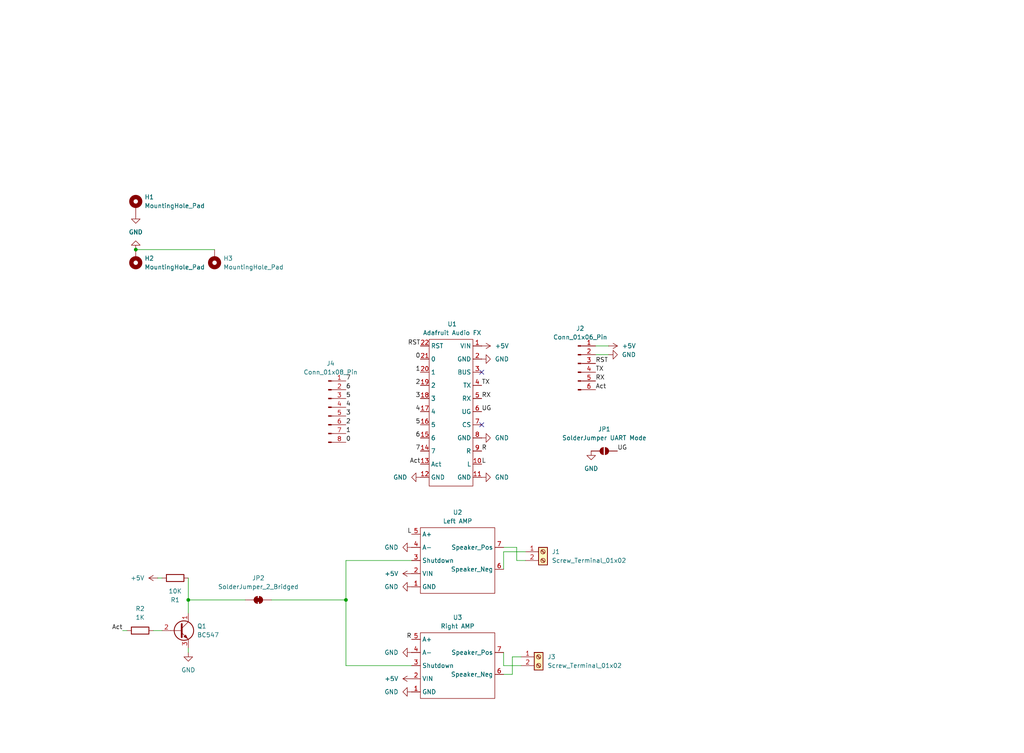
<source format=kicad_sch>
(kicad_sch (version 20250114) (generator "eeschema") (generator_version "9.0")
  (paper "User" 297.002 218.313)
  (title_block (title "Adafruit AudioFX Breakout") (rev "V2") (company "Stiftelsen Teknikens Hus"))
  (lib_symbols
    (symbol "AdaFruitModules:AdaFruit PAM8302 2.5W_AMP"
      (property "Reference" "U" (at 0 0 0))
      (symbol "AdaFruit PAM8302 2.5W_AMP_0_1"
        (rectangle (start -7.62 12.065) (end 13.97 -6.985))
      )
      (symbol "AdaFruit PAM8302 2.5W_AMP_1_1"
        (pin bidirectional line (at -10.16 10.16 0) (length 2.54) (name "A+") (number "5"))
        (pin bidirectional line (at -10.16 6.35 0) (length 2.54) (name "A-") (number "4"))
        (pin bidirectional line (at -10.16 2.54 0) (length 2.54) (name "Shutdown") (number "3"))
        (pin power_out line (at -10.16 -1.27 0) (length 2.54) (name "VIN") (number "2"))
        (pin power_out line (at -10.16 -5.08 0) (length 2.54) (name "GND") (number "1"))
        (pin power_out line (at 16.51 6.35 180) (length 2.54) (name "Speaker_Pos") (number "7"))
        (pin power_out line (at 16.51 0 180) (length 2.54) (name "Speaker_Neg") (number "6"))
      )
    )
    (symbol "AdaFruitModules:Adafruit_AudioFX_Mini"
      (property "Reference" "U" (at 0 0 0))
      (symbol "Adafruit_AudioFX_Mini_0_1"
        (rectangle (start -6.35 20.955) (end 6.35 -21.59))
      )
      (symbol "Adafruit_AudioFX_Mini_1_1"
        (pin power_out line (at -8.89 19.05 0) (length 2.54) (name "RST") (number "22"))
        (pin power_out line (at -8.89 15.24 0) (length 2.54) (name "0") (number "21"))
        (pin power_out line (at -8.89 11.43 0) (length 2.54) (name "1") (number "20"))
        (pin power_out line (at -8.89 7.62 0) (length 2.54) (name "2") (number "19"))
        (pin power_out line (at -8.89 3.81 0) (length 2.54) (name "3") (number "18"))
        (pin power_out line (at -8.89 0 0) (length 2.54) (name "4") (number "17"))
        (pin power_out line (at -8.89 -3.81 0) (length 2.54) (name "5") (number "16"))
        (pin power_out line (at -8.89 -7.62 0) (length 2.54) (name "6") (number "15"))
        (pin power_out line (at -8.89 -11.43 0) (length 2.54) (name "7") (number "14"))
        (pin power_out line (at -8.89 -15.24 0) (length 2.54) (name "Act") (number "13"))
        (pin power_out line (at -8.89 -19.05 0) (length 2.54) (name "GND") (number "12"))
        (pin power_out line (at 8.89 19.05 180) (length 2.54) (name "VIN") (number "1"))
        (pin power_out line (at 8.89 15.24 180) (length 2.54) (name "GND") (number "2"))
        (pin power_out line (at 8.89 11.43 180) (length 2.54) (name "BUS") (number "3"))
        (pin power_out line (at 8.89 7.62 180) (length 2.54) (name "TX") (number "4"))
        (pin power_out line (at 8.89 3.81 180) (length 2.54) (name "RX") (number "5"))
        (pin power_out line (at 8.89 0 180) (length 2.54) (name "UG") (number "6"))
        (pin power_out line (at 8.89 -3.81 180) (length 2.54) (name "CS") (number "7"))
        (pin power_out line (at 8.89 -7.62 180) (length 2.54) (name "GND") (number "8"))
        (pin power_out line (at 8.89 -11.43 180) (length 2.54) (name "R") (number "9"))
        (pin power_out line (at 8.89 -15.24 180) (length 2.54) (name "L") (number "10"))
        (pin power_out line (at 8.89 -19.05 180) (length 2.54) (name "GND") (number "11"))
      )
    )
    (symbol "Connector:Conn_01x06_Pin" (pin_names (offset 1.016) (hide yes))
      (property "Reference" "J" (at 0 7.62 0))
      (property "Value" "Conn_01x06_Pin" (at 0 -10.16 0))
      (symbol "Conn_01x06_Pin_1_1"
        (rectangle (start 0.8636 5.207) (end 0 4.953) (stroke (width 0.1524)) (fill (type outline)))
        (rectangle (start 0.8636 2.667) (end 0 2.413) (stroke (width 0.1524)) (fill (type outline)))
        (rectangle (start 0.8636 0.127) (end 0 -0.127) (stroke (width 0.1524)) (fill (type outline)))
        (rectangle (start 0.8636 -2.413) (end 0 -2.667) (stroke (width 0.1524)) (fill (type outline)))
        (rectangle (start 0.8636 -4.953) (end 0 -5.207) (stroke (width 0.1524)) (fill (type outline)))
        (rectangle (start 0.8636 -7.493) (end 0 -7.747) (stroke (width 0.1524)) (fill (type outline)))
        (polyline (pts (xy 1.27 5.08) (xy 0.8636 5.08)) (stroke (width 0.1524)))
        (polyline (pts (xy 1.27 2.54) (xy 0.8636 2.54)) (stroke (width 0.1524)))
        (polyline (pts (xy 1.27 0) (xy 0.8636 0)) (stroke (width 0.1524)))
        (polyline (pts (xy 1.27 -2.54) (xy 0.8636 -2.54)) (stroke (width 0.1524)))
        (polyline (pts (xy 1.27 -5.08) (xy 0.8636 -5.08)) (stroke (width 0.1524)))
        (polyline (pts (xy 1.27 -7.62) (xy 0.8636 -7.62)) (stroke (width 0.1524)))
        (pin passive line (at 5.08 5.08 180) (length 3.81) (name "Pin_1") (number "1"))
        (pin passive line (at 5.08 2.54 180) (length 3.81) (name "Pin_2") (number "2"))
        (pin passive line (at 5.08 0 180) (length 3.81) (name "Pin_3") (number "3"))
        (pin passive line (at 5.08 -2.54 180) (length 3.81) (name "Pin_4") (number "4"))
        (pin passive line (at 5.08 -5.08 180) (length 3.81) (name "Pin_5") (number "5"))
        (pin passive line (at 5.08 -7.62 180) (length 3.81) (name "Pin_6") (number "6"))
      )
    )
    (symbol "Connector:Conn_01x08_Pin" (pin_names (offset 1.016) (hide yes))
      (property "Reference" "J" (at 0 10.16 0))
      (property "Value" "Conn_01x08_Pin" (at 0 -12.7 0))
      (symbol "Conn_01x08_Pin_1_1"
        (rectangle (start 0.8636 7.747) (end 0 7.493) (stroke (width 0.1524)) (fill (type outline)))
        (rectangle (start 0.8636 5.207) (end 0 4.953) (stroke (width 0.1524)) (fill (type outline)))
        (rectangle (start 0.8636 2.667) (end 0 2.413) (stroke (width 0.1524)) (fill (type outline)))
        (rectangle (start 0.8636 0.127) (end 0 -0.127) (stroke (width 0.1524)) (fill (type outline)))
        (rectangle (start 0.8636 -2.413) (end 0 -2.667) (stroke (width 0.1524)) (fill (type outline)))
        (rectangle (start 0.8636 -4.953) (end 0 -5.207) (stroke (width 0.1524)) (fill (type outline)))
        (rectangle (start 0.8636 -7.493) (end 0 -7.747) (stroke (width 0.1524)) (fill (type outline)))
        (rectangle (start 0.8636 -10.033) (end 0 -10.287) (stroke (width 0.1524)) (fill (type outline)))
        (polyline (pts (xy 1.27 7.62) (xy 0.8636 7.62)) (stroke (width 0.1524)))
        (polyline (pts (xy 1.27 5.08) (xy 0.8636 5.08)) (stroke (width 0.1524)))
        (polyline (pts (xy 1.27 2.54) (xy 0.8636 2.54)) (stroke (width 0.1524)))
        (polyline (pts (xy 1.27 0) (xy 0.8636 0)) (stroke (width 0.1524)))
        (polyline (pts (xy 1.27 -2.54) (xy 0.8636 -2.54)) (stroke (width 0.1524)))
        (polyline (pts (xy 1.27 -5.08) (xy 0.8636 -5.08)) (stroke (width 0.1524)))
        (polyline (pts (xy 1.27 -7.62) (xy 0.8636 -7.62)) (stroke (width 0.1524)))
        (polyline (pts (xy 1.27 -10.16) (xy 0.8636 -10.16)) (stroke (width 0.1524)))
        (pin passive line (at 5.08 7.62 180) (length 3.81) (name "Pin_1") (number "1"))
        (pin passive line (at 5.08 5.08 180) (length 3.81) (name "Pin_2") (number "2"))
        (pin passive line (at 5.08 2.54 180) (length 3.81) (name "Pin_3") (number "3"))
        (pin passive line (at 5.08 0 180) (length 3.81) (name "Pin_4") (number "4"))
        (pin passive line (at 5.08 -2.54 180) (length 3.81) (name "Pin_5") (number "5"))
        (pin passive line (at 5.08 -5.08 180) (length 3.81) (name "Pin_6") (number "6"))
        (pin passive line (at 5.08 -7.62 180) (length 3.81) (name "Pin_7") (number "7"))
        (pin passive line (at 5.08 -10.16 180) (length 3.81) (name "Pin_8") (number "8"))
      )
    )
    (symbol "Connector:Screw_Terminal_01x02" (pin_names (offset 1.016) (hide yes))
      (property "Reference" "J" (at 0 2.54 0))
      (property "Value" "Screw_Terminal_01x02" (at 0 -5.08 0))
      (symbol "Screw_Terminal_01x02_1_1"
        (rectangle (start -1.27 1.27) (end 1.27 -3.81) (stroke (width 0.254)) (fill (type background)))
        (polyline (pts (xy -0.5334 0.3302) (xy 0.3302 -0.508)) (stroke (width 0.1524)))
        (polyline (pts (xy -0.5334 -2.2098) (xy 0.3302 -3.048)) (stroke (width 0.1524)))
        (polyline (pts (xy -0.3556 0.508) (xy 0.508 -0.3302)) (stroke (width 0.1524)))
        (polyline (pts (xy -0.3556 -2.032) (xy 0.508 -2.8702)) (stroke (width 0.1524)))
        (circle (center 0 0) (radius 0.635) (stroke (width 0.1524)))
        (circle (center 0 -2.54) (radius 0.635) (stroke (width 0.1524)))
        (pin passive line (at -5.08 0 0) (length 3.81) (name "Pin_1") (number "1"))
        (pin passive line (at -5.08 -2.54 0) (length 3.81) (name "Pin_2") (number "2"))
      )
    )
    (symbol "Device:R" (pin_numbers (hide yes)) (pin_names (offset 0))
      (property "Reference" "R" (at 2.032 0 90))
      (property "Value" "R" (at 0 0 90))
      (symbol "R_0_1"
        (rectangle (start -1.016 -2.54) (end 1.016 2.54) (stroke (width 0.254)))
      )
      (symbol "R_1_1"
        (pin passive line (at 0 3.81 270) (length 1.27) (name "~") (number "1"))
        (pin passive line (at 0 -3.81 90) (length 1.27) (name "~") (number "2"))
      )
    )
    (symbol "Jumper:SolderJumper_2_Bridged" (pin_numbers (hide yes)) (pin_names (offset 0) (hide yes)) (in_bom no)
      (property "Reference" "JP" (at 0 2.032 0))
      (property "Value" "SolderJumper_2_Bridged" (at 0 -2.54 0))
      (symbol "SolderJumper_2_Bridged_0_1"
        (rectangle (start -0.508 0.508) (end 0.508 -0.508) (fill (type outline)))
        (polyline (pts (xy -0.254 1.016) (xy -0.254 -1.016)))
        (arc (start -0.254 -1.016) (mid -1.2656 0) (end -0.254 1.016))
        (arc (start -0.254 -1.016) (mid -1.2656 0) (end -0.254 1.016) (fill (type outline)))
        (arc (start 0.254 1.016) (mid 1.2656 0) (end 0.254 -1.016))
        (arc (start 0.254 1.016) (mid 1.2656 0) (end 0.254 -1.016) (fill (type outline)))
        (polyline (pts (xy 0.254 1.016) (xy 0.254 -1.016)))
      )
      (symbol "SolderJumper_2_Bridged_1_1"
        (pin passive line (at -3.81 0 0) (length 2.54) (name "A") (number "1"))
        (pin passive line (at 3.81 0 180) (length 2.54) (name "B") (number "2"))
      )
    )
    (symbol "Jumper:SolderJumper_2_Open" (pin_numbers (hide yes)) (pin_names (offset 0) (hide yes)) (in_bom no)
      (property "Reference" "JP" (at 0 2.032 0))
      (property "Value" "SolderJumper_2_Open" (at 0 -2.54 0))
      (symbol "SolderJumper_2_Open_0_1"
        (polyline (pts (xy -0.254 1.016) (xy -0.254 -1.016)))
        (arc (start -0.254 -1.016) (mid -1.2656 0) (end -0.254 1.016))
        (arc (start -0.254 -1.016) (mid -1.2656 0) (end -0.254 1.016) (fill (type outline)))
        (arc (start 0.254 1.016) (mid 1.2656 0) (end 0.254 -1.016))
        (arc (start 0.254 1.016) (mid 1.2656 0) (end 0.254 -1.016) (fill (type outline)))
        (polyline (pts (xy 0.254 1.016) (xy 0.254 -1.016)))
      )
      (symbol "SolderJumper_2_Open_1_1"
        (pin passive line (at -3.81 0 0) (length 2.54) (name "A") (number "1"))
        (pin passive line (at 3.81 0 180) (length 2.54) (name "B") (number "2"))
      )
    )
    (symbol "Mechanical:MountingHole_Pad" (pin_numbers (hide yes)) (pin_names (offset 1.016) (hide yes)) (in_bom no)
      (property "Reference" "H" (at 0 6.35 0))
      (property "Value" "MountingHole_Pad" (at 0 4.445 0))
      (symbol "MountingHole_Pad_0_1"
        (circle (center 0 1.27) (radius 1.27) (stroke (width 1.27)))
      )
      (symbol "MountingHole_Pad_1_1"
        (pin input line (at 0 -2.54 90) (length 2.54) (name "1") (number "1"))
      )
    )
    (symbol "Transistor_BJT:BC547" (pin_names (offset 0) (hide yes))
      (property "Reference" "Q" (at 5.08 1.905 0))
      (property "Value" "BC547" (at 5.08 0 0))
      (symbol "BC547_0_1"
        (polyline (pts (xy -2.54 0) (xy 0.635 0)))
        (polyline (pts (xy 0.635 1.905) (xy 0.635 -1.905)) (stroke (width 0.508)))
        (circle (center 1.27 0) (radius 2.8194) (stroke (width 0.254)))
      )
      (symbol "BC547_1_1"
        (polyline (pts (xy 0.635 0.635) (xy 2.54 2.54)))
        (polyline (pts (xy 0.635 -0.635) (xy 2.54 -2.54)))
        (polyline (pts (xy 1.27 -1.778) (xy 1.778 -1.27) (xy 2.286 -2.286) (xy 1.27 -1.778)) (fill (type outline)))
        (pin input line (at -5.08 0 0) (length 2.54) (name "B") (number "2"))
        (pin passive line (at 2.54 5.08 270) (length 2.54) (name "C") (number "1"))
        (pin passive line (at 2.54 -5.08 90) (length 2.54) (name "E") (number "3"))
      )
    )
    (symbol "power:+5V" (power) (pin_numbers (hide yes)) (pin_names (offset 0) (hide yes))
      (property "Value" "+5V" (at 0 3.556 0))
      (symbol "+5V_0_1"
        (polyline (pts (xy -0.762 1.27) (xy 0 2.54)))
        (polyline (pts (xy 0 2.54) (xy 0.762 1.27)))
        (polyline (pts (xy 0 0) (xy 0 2.54)))
      )
      (symbol "+5V_1_1"
        (pin power_in line (at 0 0 90) (length 0) (name "~") (number "1"))
      )
    )
    (symbol "power:GND" (power) (pin_numbers (hide yes)) (pin_names (offset 0) (hide yes))
      (property "Value" "GND" (at 0 -3.81 0))
      (symbol "GND_0_1"
        (polyline (pts (xy 0 0) (xy 0 -1.27) (xy 1.27 -1.27) (xy 0 -2.54) (xy -1.27 -1.27) (xy 0 -1.27)))
      )
      (symbol "GND_1_1"
        (pin power_in line (at 0 0 270) (length 0) (name "~") (number "1"))
      )
    )
  )
  (junction (at 39.37 72.39))
  (junction (at 100.33 173.99))
  (junction (at 54.61 173.99))
  (no_connect (at 139.7 123.19))
  (no_connect (at 139.7 107.95))
  (wire (pts (xy 176.53 100.33) (xy 172.72 100.33)))
  (wire (pts (xy 148.59 190.5) (xy 148.59 195.58)))
  (wire (pts (xy 100.33 173.99) (xy 100.33 193.04)))
  (wire (pts (xy 45.72 167.64) (xy 46.99 167.64)))
  (wire (pts (xy 149.86 162.56) (xy 149.86 158.75)))
  (wire (pts (xy 44.45 182.88) (xy 46.99 182.88)))
  (wire (pts (xy 35.56 182.88) (xy 36.83 182.88)))
  (wire (pts (xy 152.4 162.56) (xy 149.86 162.56)))
  (wire (pts (xy 100.33 162.56) (xy 119.38 162.56)))
  (wire (pts (xy 148.59 195.58) (xy 146.05 195.58)))
  (wire (pts (xy 146.05 193.04) (xy 151.13 193.04)))
  (wire (pts (xy 54.61 189.23) (xy 54.61 187.96)))
  (wire (pts (xy 176.53 102.87) (xy 172.72 102.87)))
  (wire (pts (xy 54.61 173.99) (xy 54.61 177.8)))
  (wire (pts (xy 146.05 160.02) (xy 152.4 160.02)))
  (wire (pts (xy 54.61 167.64) (xy 54.61 173.99)))
  (wire (pts (xy 78.74 173.99) (xy 100.33 173.99)))
  (wire (pts (xy 100.33 193.04) (xy 119.38 193.04)))
  (wire (pts (xy 146.05 165.1) (xy 146.05 160.02)))
  (wire (pts (xy 151.13 190.5) (xy 148.59 190.5)))
  (wire (pts (xy 146.05 189.23) (xy 146.05 193.04)))
  (wire (pts (xy 100.33 162.56) (xy 100.33 173.99)))
  (wire (pts (xy 54.61 173.99) (xy 71.12 173.99)))
  (wire (pts (xy 149.86 158.75) (xy 146.05 158.75)))
  (wire (pts (xy 39.37 72.39) (xy 62.23 72.39)))
  (label "Act" (at 172.72 113.03 0))
  (label "0" (at 121.92 104.14 180))
  (label "2" (at 121.92 111.76 180))
  (label "4" (at 100.33 118.11 0))
  (label "3" (at 121.92 115.57 180))
  (label "Act" (at 35.56 182.88 180))
  (label "2" (at 100.33 123.19 0))
  (label "RX" (at 139.7 115.57 0))
  (label "5" (at 100.33 115.57 0))
  (label "L" (at 139.7 134.62 0))
  (label "UG" (at 139.7 119.38 0))
  (label "TX" (at 172.72 107.95 0))
  (label "L" (at 119.38 154.94 180))
  (label "7" (at 121.92 130.81 180))
  (label "RST" (at 121.92 100.33 180))
  (label "1" (at 121.92 107.95 180))
  (label "6" (at 121.92 127 180))
  (label "1" (at 100.33 125.73 0))
  (label "R" (at 139.7 130.81 0))
  (label "RX" (at 172.72 110.49 0))
  (label "R" (at 119.38 185.42 180))
  (label "7" (at 100.33 110.49 0))
  (label "5" (at 121.92 123.19 180))
  (label "0" (at 100.33 128.27 0))
  (label "6" (at 100.33 113.03 0))
  (label "4" (at 121.92 119.38 180))
  (label "TX" (at 139.7 111.76 0))
  (label "Act" (at 121.92 134.62 180))
  (label "UG" (at 179.07 130.81 0))
  (label "3" (at 100.33 120.65 0))
  (label "RST" (at 172.72 105.41 0))
  (symbol (lib_id "power:GND") (at 171.45 130.81 0) (unit 1)
    (property "Reference" "#PWR08" (effects (hide yes)))
    (property "Value" "GND" (at 171.45 135.89 0))
    (property "Description" "Power symbol creates a global label with name \"GND\" , ground" (effects (hide yes)))
  )
  (symbol (lib_id "power:GND") (at 39.37 62.23 0) (unit 1)
    (property "Reference" "#PWR016" (effects (hide yes)))
    (property "Value" "GND" (at 39.37 67.31 0))
    (property "Description" "Power symbol creates a global label with name \"GND\" , ground" (effects (hide yes)))
  )
  (symbol (lib_id "power:GND") (at 121.92 138.43 270) (unit 1)
    (property "Reference" "#PWR03" (effects (hide yes)))
    (property "Value" "GND" (at 118.11 138.4301 90) (effects (justify right)))
    (property "Description" "Power symbol creates a global label with name \"GND\" , ground" (effects (hide yes)))
  )
  (symbol (lib_id "power:GND") (at 139.7 138.43 90) (unit 1)
    (property "Reference" "#PWR04" (effects (hide yes)))
    (property "Value" "GND" (at 143.51 138.4301 90) (effects (justify right)))
    (property "Description" "Power symbol creates a global label with name \"GND\" , ground" (effects (hide yes)))
  )
  (symbol (lib_id "Mechanical:MountingHole_Pad") (at 39.37 59.69 0) (unit 1) (in_bom no)
    (property "Reference" "H1" (at 41.91 57.1499 0) (effects (justify left)))
    (property "Value" "MountingHole_Pad" (at 41.91 59.6899 0) (effects (justify left)))
    (property "Footprint" "MountingHole:MountingHole_3.2mm_M3_DIN965_Pad_TopBottom" (effects (hide yes)))
    (property "Description" "Mounting Hole with connection" (effects (hide yes)))
  )
  (symbol (lib_id "Transistor_BJT:BC547") (at 52.07 182.88 0) (unit 1)
    (property "Reference" "Q1" (at 57.15 181.6099 0) (effects (justify left)))
    (property "Value" "BC547" (at 57.15 184.1499 0) (effects (justify left)))
    (property "Footprint" "Package_TO_SOT_THT:TO-92_Inline" (effects (hide yes)))
    (property "Datasheet" "https://www.onsemi.com/pub/Collateral/BC550-D.pdf" (effects (hide yes)))
    (property "Description" "0.1A Ic, 45V Vce, Small Signal NPN Transistor, TO-92" (effects (hide yes)))
  )
  (symbol (lib_id "power:GND") (at 54.61 189.23 0) (unit 1)
    (property "Reference" "#PWR017" (effects (hide yes)))
    (property "Value" "GND" (at 54.61 194.31 0))
    (property "Description" "Power symbol creates a global label with name \"GND\" , ground" (effects (hide yes)))
  )
  (symbol (lib_id "power:GND") (at 119.38 189.23 270) (unit 1)
    (property "Reference" "#PWR011" (effects (hide yes)))
    (property "Value" "GND" (at 115.57 189.2301 90) (effects (justify right)))
    (property "Description" "Power symbol creates a global label with name \"GND\" , ground" (effects (hide yes)))
  )
  (symbol (lib_id "power:GND") (at 119.38 170.18 270) (unit 1)
    (property "Reference" "#PWR06" (effects (hide yes)))
    (property "Value" "GND" (at 115.57 170.1801 90) (effects (justify right)))
    (property "Description" "Power symbol creates a global label with name \"GND\" , ground" (effects (hide yes)))
  )
  (symbol (lib_id "AdaFruitModules:AdaFruit PAM8302 2.5W_AMP") (at 129.54 165.1 0) (unit 1)
    (property "Reference" "U2" (at 132.715 148.59 0))
    (property "Value" "Left AMP" (at 132.715 151.13 0))
    (property "Footprint" "AdaFruitModules:Adafruit PAM8302 2.5W AMP" (effects (hide yes)))
  )
  (symbol (lib_id "AdaFruitModules:AdaFruit PAM8302 2.5W_AMP") (at 129.54 195.58 0) (unit 1)
    (property "Reference" "U3" (at 132.715 179.07 0))
    (property "Value" "Right AMP" (at 132.715 181.61 0))
    (property "Footprint" "AdaFruitModules:Adafruit PAM8302 2.5W AMP" (effects (hide yes)))
  )
  (symbol (lib_id "power:GND") (at 139.7 127 90) (unit 1)
    (property "Reference" "#PWR05" (effects (hide yes)))
    (property "Value" "GND" (at 143.51 127.0001 90) (effects (justify right)))
    (property "Description" "Power symbol creates a global label with name \"GND\" , ground" (effects (hide yes)))
  )
  (symbol (lib_id "power:GND") (at 176.53 102.87 90) (unit 1)
    (property "Reference" "#PWR010" (effects (hide yes)))
    (property "Value" "GND" (at 180.34 102.8699 90) (effects (justify right)))
    (property "Description" "Power symbol creates a global label with name \"GND\" , ground" (effects (hide yes)))
  )
  (symbol (lib_id "AdaFruitModules:Adafruit_AudioFX_Mini") (at 130.81 119.38 0) (unit 1)
    (property "Reference" "U1" (at 131.1275 93.98 0))
    (property "Value" "Adafruit Audio FX" (at 131.1275 96.52 0))
    (property "Footprint" "AdaFruitModules:AdaFruitAudioFXMini" (effects (hide yes)))
  )
  (symbol (lib_id "Connector:Conn_01x06_Pin") (at 167.64 105.41 0) (unit 1)
    (property "Reference" "J2" (at 168.275 95.25 0))
    (property "Value" "Conn_01x06_Pin" (at 168.275 97.79 0))
    (property "Footprint" "Connector_PinHeader_2.54mm:PinHeader_1x06_P2.54mm_Horizontal" (effects (hide yes)))
    (property "Description" "Generic connector, single row, 01x06, script generated" (effects (hide yes)))
  )
  (symbol (lib_id "Connector:Screw_Terminal_01x02") (at 157.48 160.02 0) (unit 1)
    (property "Reference" "J1" (at 160.02 160.0199 0) (effects (justify left)))
    (property "Value" "Screw_Terminal_01x02" (at 160.02 162.5599 0) (effects (justify left)))
    (property "Footprint" "TerminalBlock_4Ucon:TerminalBlock_4Ucon_1x02_P3.50mm_Horizontal" (effects (hide yes)))
    (property "Description" "Generic screw terminal, single row, 01x02, script generated (kicad-library-utils/schlib/autogen/connector/)" (effects (hide yes)))
  )
  (symbol (lib_id "power:+5V") (at 119.38 166.37 90) (unit 1)
    (property "Reference" "#PWR07" (effects (hide yes)))
    (property "Value" "+5V" (at 115.57 166.3699 90) (effects (justify left)))
    (property "Description" "Power symbol creates a global label with name \"+5V\"" (effects (hide yes)))
  )
  (symbol (lib_id "Mechanical:MountingHole_Pad") (at 39.37 74.93 180) (unit 1) (in_bom no)
    (property "Reference" "H2" (at 41.91 74.9299 0) (effects (justify right)))
    (property "Value" "MountingHole_Pad" (at 41.91 77.4699 0) (effects (justify right)))
    (property "Footprint" "MountingHole:MountingHole_3.2mm_M3_DIN965_Pad_TopBottom" (effects (hide yes)))
    (property "Description" "Mounting Hole with connection" (effects (hide yes)))
  )
  (symbol (lib_id "Device:R") (at 50.8 167.64 90) (unit 1)
    (property "Reference" "R1" (at 50.8 173.99 90))
    (property "Value" "10K" (at 50.8 171.45 90))
    (property "Footprint" "Resistor_THT:R_Axial_DIN0207_L6.3mm_D2.5mm_P10.16mm_Horizontal" (effects (hide yes)))
    (property "Description" "Resistor" (effects (hide yes)))
  )
  (symbol (lib_id "Connector:Screw_Terminal_01x02") (at 156.21 190.5 0) (unit 1)
    (property "Reference" "J3" (at 158.75 190.4999 0) (effects (justify left)))
    (property "Value" "Screw_Terminal_01x02" (at 158.75 193.0399 0) (effects (justify left)))
    (property "Footprint" "TerminalBlock_4Ucon:TerminalBlock_4Ucon_1x02_P3.50mm_Horizontal" (effects (hide yes)))
    (property "Description" "Generic screw terminal, single row, 01x02, script generated (kicad-library-utils/schlib/autogen/connector/)" (effects (hide yes)))
  )
  (symbol (lib_id "Device:R") (at 40.64 182.88 90) (unit 1)
    (property "Reference" "R2" (at 40.64 176.53 90))
    (property "Value" "1K" (at 40.64 179.07 90))
    (property "Footprint" "Resistor_THT:R_Axial_DIN0207_L6.3mm_D2.5mm_P10.16mm_Horizontal" (effects (hide yes)))
    (property "Description" "Resistor" (effects (hide yes)))
  )
  (symbol (lib_id "power:GND") (at 139.7 104.14 90) (unit 1)
    (property "Reference" "#PWR01" (effects (hide yes)))
    (property "Value" "GND" (at 143.51 104.1399 90) (effects (justify right)))
    (property "Description" "Power symbol creates a global label with name \"GND\" , ground" (effects (hide yes)))
  )
  (symbol (lib_id "power:+5V") (at 139.7 100.33 270) (unit 1)
    (property "Reference" "#PWR02" (effects (hide yes)))
    (property "Value" "+5V" (at 143.51 100.3299 90) (effects (justify left)))
    (property "Description" "Power symbol creates a global label with name \"+5V\"" (effects (hide yes)))
  )
  (symbol (lib_id "power:GND") (at 119.38 158.75 270) (unit 1)
    (property "Reference" "#PWR012" (effects (hide yes)))
    (property "Value" "GND" (at 115.57 158.7501 90) (effects (justify right)))
    (property "Description" "Power symbol creates a global label with name \"GND\" , ground" (effects (hide yes)))
  )
  (symbol (lib_id "power:+5V") (at 176.53 100.33 270) (unit 1)
    (property "Reference" "#PWR09" (effects (hide yes)))
    (property "Value" "+5V" (at 180.34 100.3299 90) (effects (justify left)))
    (property "Description" "Power symbol creates a global label with name \"+5V\"" (effects (hide yes)))
  )
  (symbol (lib_id "Jumper:SolderJumper_2_Open") (at 175.26 130.81 0) (unit 1) (in_bom no)
    (property "Reference" "JP1" (at 175.26 124.46 0))
    (property "Value" "SolderJumper UART Mode" (at 175.26 127 0))
    (property "Footprint" "Jumper:SolderJumper-2_P1.3mm_Open_RoundedPad1.0x1.5mm" (effects (hide yes)))
    (property "Description" "Solder Jumper, 2-pole, open" (effects (hide yes)))
  )
  (symbol (lib_id "Connector:Conn_01x08_Pin") (at 95.25 118.11 0) (unit 1)
    (property "Reference" "J4" (at 95.885 105.41 0))
    (property "Value" "Conn_01x08_Pin" (at 95.885 107.95 0))
    (property "Footprint" "Connector_PinHeader_2.54mm:PinHeader_1x08_P2.54mm_Horizontal" (effects (hide yes)))
    (property "Description" "Generic connector, single row, 01x08, script generated" (effects (hide yes)))
  )
  (symbol (lib_id "power:+5V") (at 119.38 196.85 90) (unit 1)
    (property "Reference" "#PWR013" (effects (hide yes)))
    (property "Value" "+5V" (at 115.57 196.8499 90) (effects (justify left)))
    (property "Description" "Power symbol creates a global label with name \"+5V\"" (effects (hide yes)))
  )
  (symbol (lib_id "Jumper:SolderJumper_2_Bridged") (at 74.93 173.99 0) (unit 1) (in_bom no)
    (property "Reference" "JP2" (at 74.93 167.64 0))
    (property "Value" "SolderJumper_2_Bridged" (at 74.93 170.18 0))
    (property "Footprint" "Jumper:SolderJumper-2_P1.3mm_Bridged_RoundedPad1.0x1.5mm" (effects (hide yes)))
    (property "Description" "Solder Jumper, 2-pole, closed/bridged" (effects (hide yes)))
  )
  (symbol (lib_id "power:GND") (at 39.37 72.39 180) (unit 1)
    (property "Reference" "#PWR015" (effects (hide yes)))
    (property "Value" "GND" (at 39.37 67.31 0))
    (property "Description" "Power symbol creates a global label with name \"GND\" , ground" (effects (hide yes)))
  )
  (symbol (lib_id "power:GND") (at 119.38 200.66 270) (unit 1)
    (property "Reference" "#PWR014" (effects (hide yes)))
    (property "Value" "GND" (at 115.57 200.6601 90) (effects (justify right)))
    (property "Description" "Power symbol creates a global label with name \"GND\" , ground" (effects (hide yes)))
  )
  (symbol (lib_id "Mechanical:MountingHole_Pad") (at 62.23 74.93 180) (unit 1) (in_bom no)
    (property "Reference" "H3" (at 64.77 74.9299 0) (effects (justify right)))
    (property "Value" "MountingHole_Pad" (at 64.77 77.4699 0) (effects (justify right)))
    (property "Footprint" "MountingHole:MountingHole_3.2mm_M3_DIN965_Pad_TopBottom" (effects (hide yes)))
    (property "Description" "Mounting Hole with connection" (effects (hide yes)))
  )
  (symbol (lib_id "power:+5V") (at 45.72 167.64 90) (unit 1)
    (property "Reference" "#PWR018" (effects (hide yes)))
    (property "Value" "+5V" (at 41.91 167.6401 90) (effects (justify left)))
    (property "Description" "Power symbol creates a global label with name \"+5V\"" (effects (hide yes)))
  )
)
</source>
